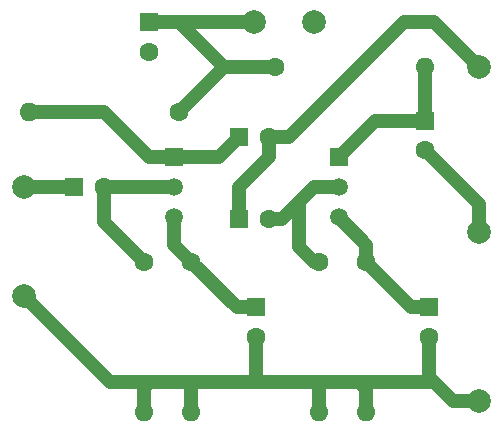
<source format=gbl>
%TF.GenerationSoftware,KiCad,Pcbnew,(6.0.0)*%
%TF.CreationDate,2023-03-17T17:00:08+09:00*%
%TF.ProjectId,2sk117 amplifier,32736b31-3137-4206-916d-706c69666965,rev?*%
%TF.SameCoordinates,Original*%
%TF.FileFunction,Copper,L2,Bot*%
%TF.FilePolarity,Positive*%
%FSLAX46Y46*%
G04 Gerber Fmt 4.6, Leading zero omitted, Abs format (unit mm)*
G04 Created by KiCad (PCBNEW (6.0.0)) date 2023-03-17 17:00:08*
%MOMM*%
%LPD*%
G01*
G04 APERTURE LIST*
%TA.AperFunction,ComponentPad*%
%ADD10R,1.600000X1.600000*%
%TD*%
%TA.AperFunction,ComponentPad*%
%ADD11C,1.600000*%
%TD*%
%TA.AperFunction,ComponentPad*%
%ADD12C,2.000000*%
%TD*%
%TA.AperFunction,ComponentPad*%
%ADD13R,1.500000X1.500000*%
%TD*%
%TA.AperFunction,ComponentPad*%
%ADD14C,1.500000*%
%TD*%
%TA.AperFunction,ComponentPad*%
%ADD15O,1.600000X1.600000*%
%TD*%
%TA.AperFunction,Conductor*%
%ADD16C,1.200000*%
%TD*%
G04 APERTURE END LIST*
D10*
X54619534Y-68720051D03*
D11*
X57119534Y-68720051D03*
D12*
X60960000Y-52070000D03*
D13*
X63050000Y-63490000D03*
D14*
X63050000Y-66030000D03*
X63050000Y-68570000D03*
D12*
X74930000Y-55880000D03*
D10*
X46990000Y-52070000D03*
D11*
X46990000Y-54570000D03*
D10*
X70710982Y-76207322D03*
D11*
X70710982Y-78707322D03*
X61365849Y-72386832D03*
D15*
X61365849Y-85086832D03*
D11*
X49530000Y-59690000D03*
D15*
X36830000Y-59690000D03*
D11*
X46523160Y-72352850D03*
D15*
X46523160Y-85052850D03*
D10*
X70359662Y-60397886D03*
D11*
X70359662Y-62897886D03*
D12*
X36382230Y-66040000D03*
D13*
X49080000Y-63490000D03*
D14*
X49080000Y-66030000D03*
X49080000Y-68570000D03*
D11*
X57615623Y-55880000D03*
D15*
X70315623Y-55880000D03*
D11*
X65370906Y-72386832D03*
D15*
X65370906Y-85086832D03*
D12*
X36382230Y-75271359D03*
X74930000Y-69850000D03*
X74930000Y-84147172D03*
X55880000Y-52070000D03*
D11*
X50537976Y-72352850D03*
D15*
X50537976Y-85052850D03*
D10*
X54619534Y-61810834D03*
D11*
X57119534Y-61810834D03*
D10*
X56025773Y-76207322D03*
D11*
X56025773Y-78707322D03*
D10*
X40640000Y-66040000D03*
D11*
X43140000Y-66040000D03*
D16*
X57615623Y-55880000D02*
X53340000Y-55880000D01*
X49530000Y-59690000D02*
X53340000Y-55880000D01*
X53340000Y-55880000D02*
X49530000Y-52070000D01*
X46990000Y-52070000D02*
X49530000Y-52070000D01*
X49530000Y-52070000D02*
X55880000Y-52070000D01*
X50537976Y-82812024D02*
X50800000Y-82550000D01*
X56025773Y-78707322D02*
X56025773Y-82404227D01*
X74930000Y-84147172D02*
X72717172Y-84147172D01*
X72717172Y-84147172D02*
X71120000Y-82550000D01*
X71120000Y-82550000D02*
X64770000Y-82550000D01*
X43660871Y-82550000D02*
X36382230Y-75271359D01*
X70710982Y-82140982D02*
X71120000Y-82550000D01*
X64770000Y-82550000D02*
X60960000Y-82550000D01*
X60960000Y-82550000D02*
X55880000Y-82550000D01*
X46990000Y-82550000D02*
X43660871Y-82550000D01*
X46523160Y-83016840D02*
X46990000Y-82550000D01*
X70710982Y-78707322D02*
X70710982Y-82140982D01*
X65370906Y-85086832D02*
X65370906Y-83150906D01*
X50800000Y-82550000D02*
X46990000Y-82550000D01*
X55880000Y-82550000D02*
X50800000Y-82550000D01*
X50537976Y-85052850D02*
X50537976Y-82812024D01*
X61365849Y-85086832D02*
X61365849Y-82955849D01*
X65370906Y-83150906D02*
X64770000Y-82550000D01*
X46523160Y-85052850D02*
X46523160Y-83016840D01*
X61365849Y-82955849D02*
X60960000Y-82550000D01*
X56025773Y-82404227D02*
X55880000Y-82550000D01*
X54392448Y-76207322D02*
X50537976Y-72352850D01*
X56025773Y-76207322D02*
X54392448Y-76207322D01*
X49080000Y-68570000D02*
X49080000Y-70894874D01*
X49080000Y-70894874D02*
X50537976Y-72352850D01*
X65370906Y-72386832D02*
X65370906Y-70890906D01*
X69191396Y-76207322D02*
X65370906Y-72386832D01*
X70710982Y-76207322D02*
X69191396Y-76207322D01*
X65370906Y-70890906D02*
X63050000Y-68570000D01*
X40640000Y-66040000D02*
X36382230Y-66040000D01*
X43140000Y-68969690D02*
X46523160Y-72352850D01*
X43140000Y-66040000D02*
X43140000Y-68969690D01*
X43140000Y-66040000D02*
X49070000Y-66040000D01*
X49070000Y-66040000D02*
X49080000Y-66030000D01*
X43180000Y-59690000D02*
X36830000Y-59690000D01*
X46980000Y-63490000D02*
X43180000Y-59690000D01*
X49080000Y-63490000D02*
X46980000Y-63490000D01*
X49080000Y-63490000D02*
X52940368Y-63490000D01*
X52940368Y-63490000D02*
X54619534Y-61810834D01*
X57119534Y-63469534D02*
X57119534Y-61810834D01*
X68580000Y-52070000D02*
X71120000Y-52070000D01*
X71120000Y-52070000D02*
X74930000Y-55880000D01*
X58839166Y-61810834D02*
X68580000Y-52070000D01*
X54619534Y-68720051D02*
X54619534Y-66030466D01*
X57150000Y-63500000D02*
X57119534Y-63469534D01*
X57119534Y-61810834D02*
X58839166Y-61810834D01*
X54619534Y-66030466D02*
X57150000Y-63500000D01*
X59690000Y-71120000D02*
X60956832Y-72386832D01*
X63050000Y-66030000D02*
X60970000Y-66030000D01*
X58279949Y-68720051D02*
X59690000Y-67310000D01*
X57119534Y-68720051D02*
X58279949Y-68720051D01*
X59690000Y-67310000D02*
X59690000Y-71120000D01*
X60970000Y-66030000D02*
X59690000Y-67310000D01*
X61365849Y-72386832D02*
X60956832Y-72386832D01*
X70359662Y-60397886D02*
X66142114Y-60397886D01*
X70315623Y-60353847D02*
X70359662Y-60397886D01*
X70315623Y-55880000D02*
X70315623Y-60353847D01*
X66142114Y-60397886D02*
X63050000Y-63490000D01*
X74930000Y-67468224D02*
X70359662Y-62897886D01*
X74930000Y-69850000D02*
X74930000Y-67468224D01*
M02*

</source>
